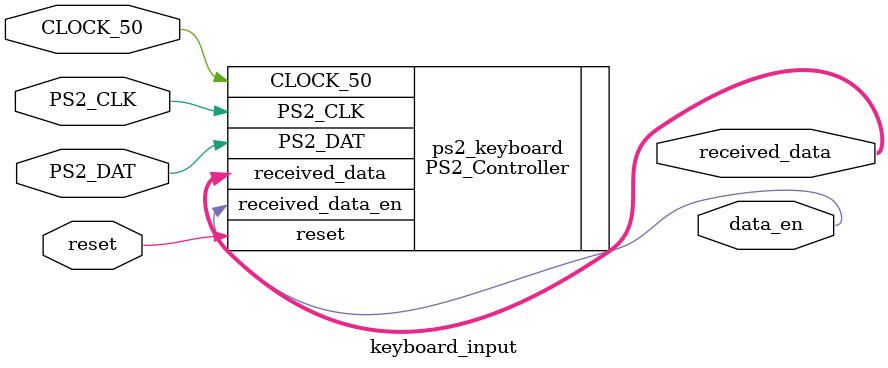
<source format=v>
module keyboard_input(
    input CLOCK_50, 
    inout PS2_CLK, PS2_DAT,
    input reset,
    output [7:0] received_data,
	 output data_en
);

always @ (posedge CLOCK_50) begin
    dataOutput = 8'b0;
end

PS2_Controller ps2_keyboard(.CLOCK_50(CLOCK_50), .reset(reset),
                             .PS2_CLK(PS2_CLK), .PS2_DAT(PS2_DAT),
                             .received_data(received_data), .received_data_en(data_en));
endmodule


</source>
